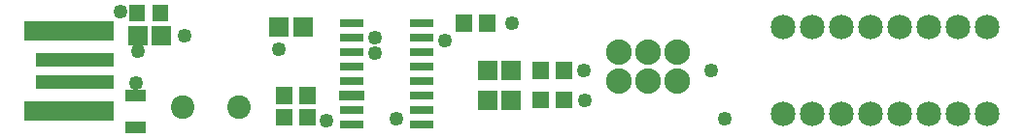
<source format=gts>
G04 MADE WITH FRITZING*
G04 WWW.FRITZING.ORG*
G04 DOUBLE SIDED*
G04 HOLES PLATED*
G04 CONTOUR ON CENTER OF CONTOUR VECTOR*
%ASAXBY*%
%FSLAX23Y23*%
%MOIN*%
%OFA0B0*%
%SFA1.0B1.0*%
%ADD10C,0.080925*%
%ADD11C,0.080866*%
%ADD12C,0.085000*%
%ADD13C,0.088000*%
%ADD14C,0.049370*%
%ADD15R,0.090000X0.036000*%
%ADD16R,0.065118X0.069055*%
%ADD17R,0.305276X0.069055*%
%ADD18R,0.265906X0.049370*%
%ADD19C,0.010000*%
%ADD20C,0.030000*%
%LNMASK1*%
G90*
G70*
G54D10*
X591Y123D03*
G54D11*
X784Y123D03*
G54D12*
X2650Y99D03*
X2650Y399D03*
X2750Y99D03*
X2750Y399D03*
X2850Y99D03*
X2850Y399D03*
X2950Y99D03*
X2950Y399D03*
X3050Y99D03*
X3050Y399D03*
X3150Y99D03*
X3150Y399D03*
X3250Y99D03*
X3250Y399D03*
X3350Y99D03*
X3350Y399D03*
G54D13*
X2286Y313D03*
X2186Y313D03*
X2086Y313D03*
X2286Y313D03*
X2186Y313D03*
X2086Y313D03*
X2086Y213D03*
X2186Y213D03*
X2286Y213D03*
G54D14*
X430Y207D03*
X436Y315D03*
X1720Y411D03*
X1252Y363D03*
X1972Y147D03*
X1252Y309D03*
X1492Y351D03*
X1084Y75D03*
X1966Y249D03*
X376Y453D03*
X1324Y81D03*
X598Y369D03*
X922Y321D03*
X2452Y81D03*
X2404Y249D03*
G54D15*
X1170Y162D03*
G54D16*
X922Y399D03*
X1003Y399D03*
X436Y369D03*
X517Y369D03*
G54D17*
X200Y110D03*
G54D18*
X220Y209D03*
X220Y287D03*
G54D17*
X200Y386D03*
G54D16*
X1636Y147D03*
X1717Y147D03*
X1636Y249D03*
X1717Y249D03*
G54D19*
G36*
X1210Y399D02*
X1130Y399D01*
X1130Y425D01*
X1210Y425D01*
X1210Y399D01*
G37*
D02*
G36*
X1210Y349D02*
X1130Y349D01*
X1130Y375D01*
X1210Y375D01*
X1210Y349D01*
G37*
D02*
G36*
X1210Y299D02*
X1130Y299D01*
X1130Y325D01*
X1210Y325D01*
X1210Y299D01*
G37*
D02*
G36*
X1210Y249D02*
X1130Y249D01*
X1130Y275D01*
X1210Y275D01*
X1210Y249D01*
G37*
D02*
G36*
X1210Y199D02*
X1130Y199D01*
X1130Y225D01*
X1210Y225D01*
X1210Y199D01*
G37*
D02*
G36*
X1210Y99D02*
X1130Y99D01*
X1130Y125D01*
X1210Y125D01*
X1210Y99D01*
G37*
D02*
G36*
X1210Y49D02*
X1130Y49D01*
X1130Y75D01*
X1210Y75D01*
X1210Y49D01*
G37*
D02*
G36*
X1452Y49D02*
X1372Y49D01*
X1372Y75D01*
X1452Y75D01*
X1452Y49D01*
G37*
D02*
G36*
X1452Y99D02*
X1372Y99D01*
X1372Y125D01*
X1452Y125D01*
X1452Y99D01*
G37*
D02*
G36*
X1452Y149D02*
X1372Y149D01*
X1372Y175D01*
X1452Y175D01*
X1452Y149D01*
G37*
D02*
G36*
X1452Y199D02*
X1372Y199D01*
X1372Y225D01*
X1452Y225D01*
X1452Y199D01*
G37*
D02*
G36*
X1452Y249D02*
X1372Y249D01*
X1372Y275D01*
X1452Y275D01*
X1452Y249D01*
G37*
D02*
G36*
X1452Y299D02*
X1372Y299D01*
X1372Y325D01*
X1452Y325D01*
X1452Y299D01*
G37*
D02*
G36*
X1452Y349D02*
X1372Y349D01*
X1372Y375D01*
X1452Y375D01*
X1452Y349D01*
G37*
D02*
G36*
X1452Y399D02*
X1372Y399D01*
X1372Y425D01*
X1452Y425D01*
X1452Y399D01*
G37*
D02*
G36*
X992Y58D02*
X992Y117D01*
X1047Y117D01*
X1047Y58D01*
X992Y58D01*
G37*
D02*
G36*
X912Y58D02*
X912Y117D01*
X967Y117D01*
X967Y58D01*
X912Y58D01*
G37*
D02*
G36*
X486Y418D02*
X486Y477D01*
X541Y477D01*
X541Y418D01*
X486Y418D01*
G37*
D02*
G36*
X406Y418D02*
X406Y477D01*
X461Y477D01*
X461Y418D01*
X406Y418D01*
G37*
D02*
G36*
X992Y133D02*
X992Y192D01*
X1047Y192D01*
X1047Y133D01*
X992Y133D01*
G37*
D02*
G36*
X912Y133D02*
X912Y192D01*
X967Y192D01*
X967Y133D01*
X912Y133D01*
G37*
D02*
G36*
X1608Y382D02*
X1608Y441D01*
X1663Y441D01*
X1663Y382D01*
X1608Y382D01*
G37*
D02*
G36*
X1528Y382D02*
X1528Y441D01*
X1583Y441D01*
X1583Y382D01*
X1528Y382D01*
G37*
D02*
G36*
X1872Y220D02*
X1872Y279D01*
X1927Y279D01*
X1927Y220D01*
X1872Y220D01*
G37*
D02*
G36*
X1792Y220D02*
X1792Y279D01*
X1847Y279D01*
X1847Y220D01*
X1792Y220D01*
G37*
D02*
G36*
X1872Y118D02*
X1872Y177D01*
X1927Y177D01*
X1927Y118D01*
X1872Y118D01*
G37*
D02*
G36*
X1792Y118D02*
X1792Y177D01*
X1847Y177D01*
X1847Y118D01*
X1792Y118D01*
G37*
D02*
G54D20*
G36*
X2622Y127D02*
X2677Y127D01*
X2677Y72D01*
X2622Y72D01*
X2622Y127D01*
G37*
D02*
G54D19*
G36*
X394Y71D02*
X465Y71D01*
X465Y32D01*
X394Y32D01*
X394Y71D01*
G37*
D02*
G36*
X394Y181D02*
X465Y181D01*
X465Y142D01*
X394Y142D01*
X394Y181D01*
G37*
D02*
G04 End of Mask1*
M02*
</source>
